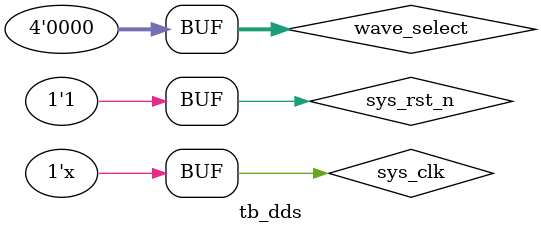
<source format=v>
`timescale 1ns / 1ps


module tb_dds;

	// Inputs
	reg sys_clk;
	reg sys_rst_n;
	reg [3:0] wave_select;

	// Outputs
	wire [7:0] data_out;

	// Instantiate the Unit Under Test (UUT)
	dds uut (
		.sys_clk(sys_clk), 
		.sys_rst_n(sys_rst_n), 
		.wave_select(wave_select), 
		.data_out(data_out)
	);

	initial begin
		// Initialize Inputs
		sys_clk = 1'b1;
		sys_rst_n <= 1'b0;
		wave_select <= 4'b0000;
		#200;
		sys_rst_n <= 1'b1;
		#10000;
		wave_select <= 4'b0001;
		#8000000;
		wave_select <= 4'b0010;
		#8000000;
		wave_select <= 4'b0100;
		#8000000;
		wave_select <= 4'b1000;
		#8000000;
		wave_select <= 4'b0000;
		#8000000;
	end

	always #10 sys_clk = ~sys_clk;
      
endmodule


</source>
